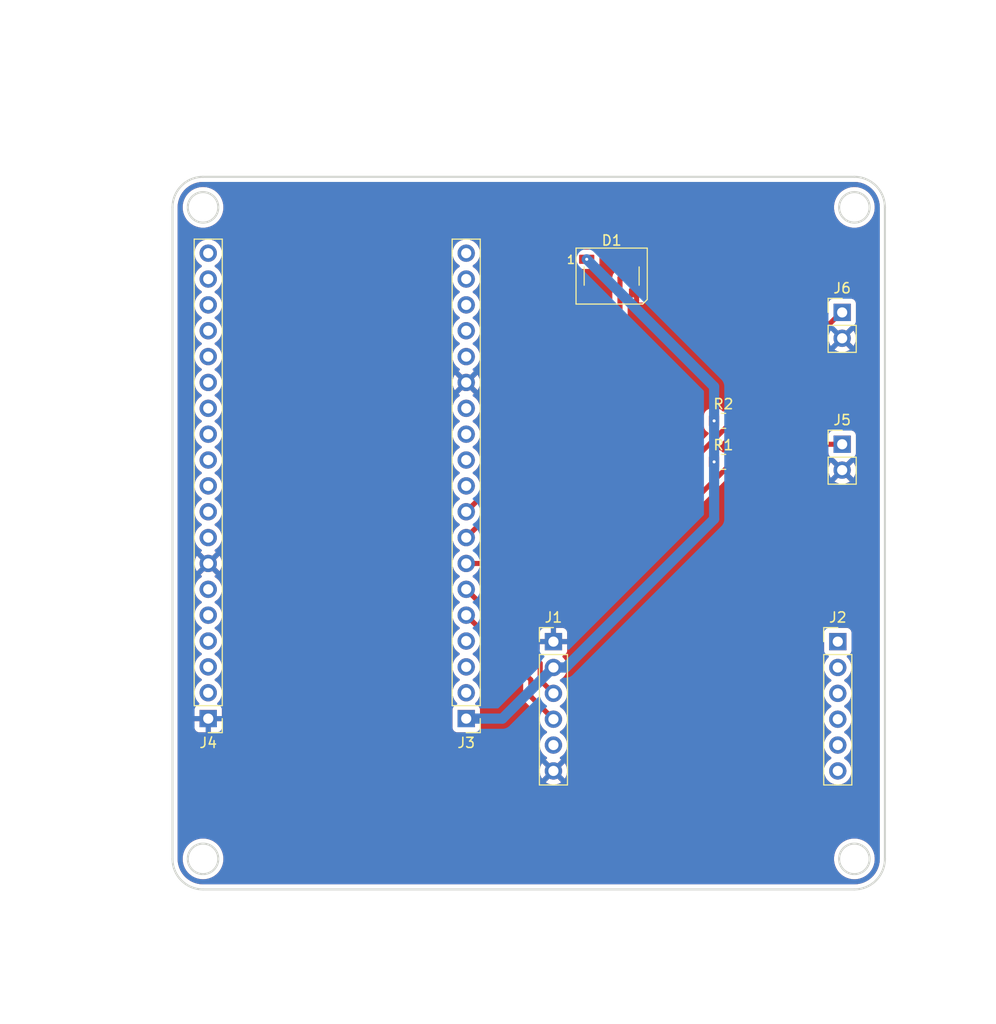
<source format=kicad_pcb>
(kicad_pcb (version 20241229) (generator "pcbnew") (generator_version "9.0")
  (layers (0 "F.Cu" signal) (2 "B.Cu" signal) (13 "F.Paste" user) (15 "B.Paste" user) (5 "F.SilkS" user "F.Silkscreen") (7 "B.SilkS" user "B.Silkscreen") (1 "F.Mask" user) (3 "B.Mask" user) (25 "Edge.Cuts" user))
  (net 0 "")
  (net 1 "GND")
  (net 2 "3.3V")
  (net 4 "25")
  (net 5 "35")
  (net 6 "34")
  (net 24 "33")
  (net 25 "32")
  (footprint "Resistor_SMD:R_0805_2012Metric" (layer "F.Cu") (at 144.1 90.17)
    (property "Reference" "R2" (at 0 -1.65 0) (layer "F.SilkS"))
    (property "Value" "R")
    (fp_line (start -0.227064 -0.735) (end 0.227064 -0.735) (stroke (width 0.12)) (layer "F.SilkS"))
    (fp_line (start -0.227064 0.735) (end 0.227064 0.735) (stroke (width 0.12)) (layer "F.SilkS"))
    (pad "1" smd roundrect (at -0.9125 0) (size 1.025 1.4) (layers "F.Cu" "F.Mask" "F.Paste") (roundrect_rratio 0.243902) (net 2 "3.3V"))
    (pad "2" smd roundrect (at 0.9125 0) (size 1.025 1.4) (layers "F.Cu" "F.Mask" "F.Paste") (roundrect_rratio 0.243902) (net 24 "33"))
  )
  (footprint "LED_SMD:LED_WS2812B_PLCC4_5.0x5.0mm_P3.2mm" (layer "F.Cu") (at 133.12 75.95)
    (property "Reference" "D1" (at 0 -3.5 0) (layer "F.SilkS"))
    (property "Value" "WS2812B")
    (fp_line (start -3.5 -2.75) (end -3.5 2.75) (stroke (width 0.12)) (layer "F.SilkS"))
    (fp_line (start -3.5 -2.75) (end 3.5 -2.75) (stroke (width 0.12)) (layer "F.SilkS"))
    (fp_line (start -3.5 2.75) (end 3.05 2.75) (stroke (width 0.12)) (layer "F.SilkS"))
    (fp_line (start -2.7 0.9) (end -2.7 -0.9) (stroke (width 0.12)) (layer "F.SilkS"))
    (fp_line (start 2.7 0.9) (end 2.7 -0.9) (stroke (width 0.12)) (layer "F.SilkS"))
    (fp_line (start 3.05 2.75) (end 3.5 2.3) (stroke (width 0.12)) (layer "F.SilkS"))
    (fp_line (start 3.5 2.3) (end 3.5 -2.75) (stroke (width 0.12)) (layer "F.SilkS"))
    (fp_text user "1" (at -4 -1.6 0) (layer "F.SilkS") (effects (font (size 0.8 0.8))))
    (pad "1" smd roundrect (at -2.45 -1.65) (size 1.5 0.9) (layers "F.Cu" "F.Mask" "F.Paste") (roundrect_rratio 0.1) (net 2 "3.3V"))
    (pad "2" smd roundrect (at -2.45 1.65) (size 1.5 0.9) (layers "F.Cu" "F.Mask" "F.Paste") (roundrect_rratio 0.1))
    (pad "3" smd roundrect (at 2.45 1.65) (size 1.5 0.9) (layers "F.Cu" "F.Mask" "F.Paste") (roundrect_rratio 0.1) (net 1 "GND"))
    (pad "4" smd roundrect (at 2.45 -1.65) (size 1.5 0.9) (layers "F.Cu" "F.Mask" "F.Paste") (roundrect_rratio 0.1) (net 4 "25"))
  )
  (footprint "Connector_PinHeader_2.54mm:PinHeader_1x02_P2.54mm_Vertical" (layer "F.Cu") (at 155.77 92.47)
    (property "Reference" "J5" (at 0 -2.38 0) (layer "F.SilkS"))
    (property "Value" "Conn_01x02_Pin")
    (fp_line (start -1.38 -1.38) (end 0 -1.38) (stroke (width 0.12)) (layer "F.SilkS"))
    (fp_line (start -1.38 0) (end -1.38 -1.38) (stroke (width 0.12)) (layer "F.SilkS"))
    (fp_line (start -1.38 1.27) (end -1.38 3.92) (stroke (width 0.12)) (layer "F.SilkS"))
    (fp_line (start -1.38 1.27) (end 1.38 1.27) (stroke (width 0.12)) (layer "F.SilkS"))
    (fp_line (start -1.38 3.92) (end 1.38 3.92) (stroke (width 0.12)) (layer "F.SilkS"))
    (fp_line (start 1.38 1.27) (end 1.38 3.92) (stroke (width 0.12)) (layer "F.SilkS"))
    (pad "1" thru_hole rect (at 0 0) (size 1.7 1.7) (drill 1) (layers "*.Cu" "*.Mask") (net 25 "32"))
    (pad "2" thru_hole circle (at 0 2.54) (size 1.7 1.7) (drill 1) (layers "*.Cu" "*.Mask") (net 1 "GND"))
  )
  (footprint "Connector_PinHeader_2.54mm:PinHeader_1x19_P2.54mm_Vertical" (layer "F.Cu") (at 93.48 119.42 180)
    (property "Reference" "J4" (at 0 -2.38 0) (layer "F.SilkS"))
    (property "Value" "micomR")
    (fp_line (start 1.38 1.27) (end 1.38 47.1) (stroke (width 0.12)) (layer "F.SilkS"))
    (fp_line (start -1.38 47.1) (end 1.38 47.1) (stroke (width 0.12)) (layer "F.SilkS"))
    (fp_line (start -1.38 1.27) (end 1.38 1.27) (stroke (width 0.12)) (layer "F.SilkS"))
    (fp_line (start -1.38 1.27) (end -1.38 47.1) (stroke (width 0.12)) (layer "F.SilkS"))
    (fp_line (start -1.38 0) (end -1.38 -1.38) (stroke (width 0.12)) (layer "F.SilkS"))
    (fp_line (start -1.38 -1.38) (end 0 -1.38) (stroke (width 0.12)) (layer "F.SilkS"))
    (pad "1" thru_hole rect (at 0 0 180) (size 1.7 1.7) (drill 1) (layers "*.Cu" "*.Mask") (net 1 "GND"))
    (pad "2" thru_hole circle (at 0 2.54 180) (size 1.7 1.7) (drill 1) (layers "*.Cu" "*.Mask"))
    (pad "3" thru_hole circle (at 0 5.08 180) (size 1.7 1.7) (drill 1) (layers "*.Cu" "*.Mask"))
    (pad "4" thru_hole circle (at 0 7.62 180) (size 1.7 1.7) (drill 1) (layers "*.Cu" "*.Mask"))
    (pad "5" thru_hole circle (at 0 10.16 180) (size 1.7 1.7) (drill 1) (layers "*.Cu" "*.Mask"))
    (pad "6" thru_hole circle (at 0 12.7 180) (size 1.7 1.7) (drill 1) (layers "*.Cu" "*.Mask"))
    (pad "7" thru_hole circle (at 0 15.24 180) (size 1.7 1.7) (drill 1) (layers "*.Cu" "*.Mask") (net 1 "GND"))
    (pad "8" thru_hole circle (at 0 17.78 180) (size 1.7 1.7) (drill 1) (layers "*.Cu" "*.Mask"))
    (pad "9" thru_hole circle (at 0 20.32 180) (size 1.7 1.7) (drill 1) (layers "*.Cu" "*.Mask"))
    (pad "10" thru_hole circle (at 0 22.86 180) (size 1.7 1.7) (drill 1) (layers "*.Cu" "*.Mask"))
    (pad "11" thru_hole circle (at 0 25.4 180) (size 1.7 1.7) (drill 1) (layers "*.Cu" "*.Mask"))
    (pad "12" thru_hole circle (at 0 27.94 180) (size 1.7 1.7) (drill 1) (layers "*.Cu" "*.Mask"))
    (pad "13" thru_hole circle (at 0 30.48 180) (size 1.7 1.7) (drill 1) (layers "*.Cu" "*.Mask"))
    (pad "14" thru_hole circle (at 0 33.02 180) (size 1.7 1.7) (drill 1) (layers "*.Cu" "*.Mask"))
    (pad "15" thru_hole circle (at 0 35.56 180) (size 1.7 1.7) (drill 1) (layers "*.Cu" "*.Mask"))
    (pad "16" thru_hole circle (at 0 38.1 180) (size 1.7 1.7) (drill 1) (layers "*.Cu" "*.Mask"))
    (pad "17" thru_hole circle (at 0 40.64 180) (size 1.7 1.7) (drill 1) (layers "*.Cu" "*.Mask"))
    (pad "18" thru_hole circle (at 0 43.18 180) (size 1.7 1.7) (drill 1) (layers "*.Cu" "*.Mask"))
    (pad "19" thru_hole circle (at 0 45.72 180) (size 1.7 1.7) (drill 1) (layers "*.Cu" "*.Mask"))
  )
  (footprint "Connector_PinHeader_2.54mm:PinHeader_1x02_P2.54mm_Vertical" (layer "F.Cu") (at 155.77 79.52)
    (property "Reference" "J6" (at 0 -2.38 0) (layer "F.SilkS"))
    (property "Value" "Conn_01x02_Pin")
    (fp_line (start -1.38 -1.38) (end 0 -1.38) (stroke (width 0.12)) (layer "F.SilkS"))
    (fp_line (start -1.38 0) (end -1.38 -1.38) (stroke (width 0.12)) (layer "F.SilkS"))
    (fp_line (start -1.38 1.27) (end -1.38 3.92) (stroke (width 0.12)) (layer "F.SilkS"))
    (fp_line (start -1.38 1.27) (end 1.38 1.27) (stroke (width 0.12)) (layer "F.SilkS"))
    (fp_line (start -1.38 3.92) (end 1.38 3.92) (stroke (width 0.12)) (layer "F.SilkS"))
    (fp_line (start 1.38 1.27) (end 1.38 3.92) (stroke (width 0.12)) (layer "F.SilkS"))
    (pad "1" thru_hole rect (at 0 0) (size 1.7 1.7) (drill 1) (layers "*.Cu" "*.Mask") (net 24 "33"))
    (pad "2" thru_hole circle (at 0 2.54) (size 1.7 1.7) (drill 1) (layers "*.Cu" "*.Mask") (net 1 "GND"))
  )
  (footprint "Resistor_SMD:R_0805_2012Metric" (layer "F.Cu") (at 144.1 94.2)
    (property "Reference" "R1" (at 0 -1.65 0) (layer "F.SilkS"))
    (property "Value" "R")
    (fp_line (start -0.227064 -0.735) (end 0.227064 -0.735) (stroke (width 0.12)) (layer "F.SilkS"))
    (fp_line (start -0.227064 0.735) (end 0.227064 0.735) (stroke (width 0.12)) (layer "F.SilkS"))
    (pad "1" smd roundrect (at -0.9125 0) (size 1.025 1.4) (layers "F.Cu" "F.Mask" "F.Paste") (roundrect_rratio 0.243902) (net 2 "3.3V"))
    (pad "2" smd roundrect (at 0.9125 0) (size 1.025 1.4) (layers "F.Cu" "F.Mask" "F.Paste") (roundrect_rratio 0.243902) (net 25 "32"))
  )
  (footprint "Connector_PinHeader_2.54mm:PinHeader_1x06_P2.54mm_Vertical" (layer "F.Cu") (at 127.4 111.86)
    (property "Reference" "J1" (at 0 -2.38 0) (layer "F.SilkS"))
    (property "Value" "Conn_01x06_Pin")
    (fp_line (start -1.38 -1.38) (end 0 -1.38) (stroke (width 0.12)) (layer "F.SilkS"))
    (fp_line (start -1.38 0) (end -1.38 -1.38) (stroke (width 0.12)) (layer "F.SilkS"))
    (fp_line (start -1.38 1.27) (end -1.38 14.08) (stroke (width 0.12)) (layer "F.SilkS"))
    (fp_line (start -1.38 1.27) (end 1.38 1.27) (stroke (width 0.12)) (layer "F.SilkS"))
    (fp_line (start -1.38 14.08) (end 1.38 14.08) (stroke (width 0.12)) (layer "F.SilkS"))
    (fp_line (start 1.38 1.27) (end 1.38 14.08) (stroke (width 0.12)) (layer "F.SilkS"))
    (pad "1" thru_hole rect (at 0 0) (size 1.7 1.7) (drill 1) (layers "*.Cu" "*.Mask") (net 1 "GND"))
    (pad "2" thru_hole circle (at 0 2.54) (size 1.7 1.7) (drill 1) (layers "*.Cu" "*.Mask") (net 2 "3.3V"))
    (pad "3" thru_hole circle (at 0 5.08) (size 1.7 1.7) (drill 1) (layers "*.Cu" "*.Mask") (net 5 "35"))
    (pad "4" thru_hole circle (at 0 7.62) (size 1.7 1.7) (drill 1) (layers "*.Cu" "*.Mask") (net 6 "34"))
    (pad "5" thru_hole circle (at 0 10.16) (size 1.7 1.7) (drill 1) (layers "*.Cu" "*.Mask"))
    (pad "6" thru_hole circle (at 0 12.7) (size 1.7 1.7) (drill 1) (layers "*.Cu" "*.Mask") (net 1 "GND"))
  )
  (footprint "Connector_PinHeader_2.54mm:PinHeader_1x06_P2.54mm_Vertical" (layer "F.Cu") (at 155.34 111.86)
    (property "Reference" "J2" (at 0 -2.38 0) (layer "F.SilkS"))
    (property "Value" "Conn_01x06_Pin")
    (fp_line (start -1.38 -1.38) (end 0 -1.38) (stroke (width 0.12)) (layer "F.SilkS"))
    (fp_line (start -1.38 0) (end -1.38 -1.38) (stroke (width 0.12)) (layer "F.SilkS"))
    (fp_line (start -1.38 1.27) (end -1.38 14.08) (stroke (width 0.12)) (layer "F.SilkS"))
    (fp_line (start -1.38 1.27) (end 1.38 1.27) (stroke (width 0.12)) (layer "F.SilkS"))
    (fp_line (start -1.38 14.08) (end 1.38 14.08) (stroke (width 0.12)) (layer "F.SilkS"))
    (fp_line (start 1.38 1.27) (end 1.38 14.08) (stroke (width 0.12)) (layer "F.SilkS"))
    (pad "1" thru_hole rect (at 0 0) (size 1.7 1.7) (drill 1) (layers "*.Cu" "*.Mask"))
    (pad "2" thru_hole circle (at 0 2.54) (size 1.7 1.7) (drill 1) (layers "*.Cu" "*.Mask"))
    (pad "3" thru_hole circle (at 0 5.08) (size 1.7 1.7) (drill 1) (layers "*.Cu" "*.Mask"))
    (pad "4" thru_hole circle (at 0 7.62) (size 1.7 1.7) (drill 1) (layers "*.Cu" "*.Mask"))
    (pad "5" thru_hole circle (at 0 10.16) (size 1.7 1.7) (drill 1) (layers "*.Cu" "*.Mask"))
    (pad "6" thru_hole circle (at 0 12.7) (size 1.7 1.7) (drill 1) (layers "*.Cu" "*.Mask"))
  )
  (footprint "Connector_PinHeader_2.54mm:PinHeader_1x19_P2.54mm_Vertical" (layer "F.Cu") (at 118.83 119.42 180)
    (property "Reference" "J3" (at 0 -2.38 0) (layer "F.SilkS"))
    (property "Value" "micomL")
    (fp_line (start 1.38 1.27) (end 1.38 47.1) (stroke (width 0.12)) (layer "F.SilkS"))
    (fp_line (start -1.38 47.1) (end 1.38 47.1) (stroke (width 0.12)) (layer "F.SilkS"))
    (fp_line (start -1.38 1.27) (end 1.38 1.27) (stroke (width 0.12)) (layer "F.SilkS"))
    (fp_line (start -1.38 1.27) (end -1.38 47.1) (stroke (width 0.12)) (layer "F.SilkS"))
    (fp_line (start -1.38 0) (end -1.38 -1.38) (stroke (width 0.12)) (layer "F.SilkS"))
    (fp_line (start -1.38 -1.38) (end 0 -1.38) (stroke (width 0.12)) (layer "F.SilkS"))
    (pad "1" thru_hole rect (at 0 0 180) (size 1.7 1.7) (drill 1) (layers "*.Cu" "*.Mask") (net 2 "3.3V"))
    (pad "2" thru_hole circle (at 0 2.54 180) (size 1.7 1.7) (drill 1) (layers "*.Cu" "*.Mask"))
    (pad "3" thru_hole circle (at 0 5.08 180) (size 1.7 1.7) (drill 1) (layers "*.Cu" "*.Mask"))
    (pad "4" thru_hole circle (at 0 7.62 180) (size 1.7 1.7) (drill 1) (layers "*.Cu" "*.Mask"))
    (pad "5" thru_hole circle (at 0 10.16 180) (size 1.7 1.7) (drill 1) (layers "*.Cu" "*.Mask") (net 6 "34"))
    (pad "6" thru_hole circle (at 0 12.7 180) (size 1.7 1.7) (drill 1) (layers "*.Cu" "*.Mask") (net 5 "35"))
    (pad "7" thru_hole circle (at 0 15.24 180) (size 1.7 1.7) (drill 1) (layers "*.Cu" "*.Mask") (net 25 "32"))
    (pad "8" thru_hole circle (at 0 17.78 180) (size 1.7 1.7) (drill 1) (layers "*.Cu" "*.Mask") (net 24 "33"))
    (pad "9" thru_hole circle (at 0 20.32 180) (size 1.7 1.7) (drill 1) (layers "*.Cu" "*.Mask") (net 4 "25"))
    (pad "10" thru_hole circle (at 0 22.86 180) (size 1.7 1.7) (drill 1) (layers "*.Cu" "*.Mask"))
    (pad "11" thru_hole circle (at 0 25.4 180) (size 1.7 1.7) (drill 1) (layers "*.Cu" "*.Mask"))
    (pad "12" thru_hole circle (at 0 27.94 180) (size 1.7 1.7) (drill 1) (layers "*.Cu" "*.Mask"))
    (pad "13" thru_hole circle (at 0 30.48 180) (size 1.7 1.7) (drill 1) (layers "*.Cu" "*.Mask"))
    (pad "14" thru_hole circle (at 0 33.02 180) (size 1.7 1.7) (drill 1) (layers "*.Cu" "*.Mask") (net 1 "GND"))
    (pad "15" thru_hole circle (at 0 35.56 180) (size 1.7 1.7) (drill 1) (layers "*.Cu" "*.Mask"))
    (pad "16" thru_hole circle (at 0 38.1 180) (size 1.7 1.7) (drill 1) (layers "*.Cu" "*.Mask"))
    (pad "17" thru_hole circle (at 0 40.64 180) (size 1.7 1.7) (drill 1) (layers "*.Cu" "*.Mask"))
    (pad "18" thru_hole circle (at 0 43.18 180) (size 1.7 1.7) (drill 1) (layers "*.Cu" "*.Mask"))
    (pad "19" thru_hole circle (at 0 45.72 180) (size 1.7 1.7) (drill 1) (layers "*.Cu" "*.Mask"))
  )
  (gr_line (start 159.97 69.2) (end 159.97 133.2) (stroke (width 0.2)) (layer "Edge.Cuts"))
  (gr_arc (start 89.97 69.2) (mid 90.84868 67.078679) (end 92.970001 66.2) (stroke (width 0.2)) (layer "Edge.Cuts"))
  (gr_arc (start 156.97 66.2) (mid 159.09132 67.07868) (end 159.97 69.2) (stroke (width 0.2)) (layer "Edge.Cuts"))
  (gr_circle (center 156.97 69.2) (end 158.47 69.2) (stroke (width 0.2)) (fill no) (layer "Edge.Cuts"))
  (gr_circle (center 156.97 133.2) (end 158.47 133.2) (stroke (width 0.2)) (fill no) (layer "Edge.Cuts"))
  (gr_arc (start 92.97 136.2) (mid 90.848679 135.32132) (end 89.97 133.199999) (stroke (width 0.2)) (layer "Edge.Cuts"))
  (gr_circle (center 92.97 69.2) (end 94.47 69.2) (stroke (width 0.2)) (fill no) (layer "Edge.Cuts"))
  (gr_circle (center 92.97 133.2) (end 94.47 133.2) (stroke (width 0.2)) (fill no) (layer "Edge.Cuts"))
  (gr_line (start 156.97 66.2) (end 92.970001 66.2) (stroke (width 0.2)) (layer "Edge.Cuts"))
  (gr_line (start 89.970001 69.200001) (end 89.97 133.199999) (stroke (width 0.2)) (layer "Edge.Cuts"))
  (gr_arc (start 159.97 133.2) (mid 159.09132 135.32132) (end 156.97 136.2) (stroke (width 0.2)) (layer "Edge.Cuts"))
  (gr_line (start 156.97 136.2) (end 92.970001 136.2) (stroke (width 0.2)) (layer "Edge.Cuts"))
  (via (at 143.1875 94.2) (size 0.6) (drill 0.3) (layers "F.Cu" "B.Cu") (net 2))
  (via (at 143.1875 90.17) (size 0.6) (drill 0.3) (layers "F.Cu" "B.Cu") (net 2))
  (via (at 130.67 74.3) (size 0.6) (drill 0.3) (layers "F.Cu" "B.Cu") (net 2))
  (segment (start 128.602081 114.4) (end 143.1875 99.814581) (width 1) (layer "B.Cu") (net 2))
  (segment (start 143.1875 90.17) (end 143.1875 86.8175) (width 1) (layer "B.Cu") (net 2))
  (segment (start 122.38 119.42) (end 127.4 114.4) (width 1) (layer "B.Cu") (net 2))
  (segment (start 127.4 114.4) (end 128.602081 114.4) (width 1) (layer "B.Cu") (net 2))
  (segment (start 143.1875 99.814581) (end 143.1875 94.2) (width 1) (layer "B.Cu") (net 2))
  (segment (start 118.83 119.42) (end 122.38 119.42) (width 1) (layer "B.Cu") (net 2))
  (segment (start 143.1875 94.2) (end 143.1875 90.17) (width 1) (layer "B.Cu") (net 2))
  (segment (start 143.1875 86.8175) (end 130.67 74.3) (width 1) (layer "B.Cu") (net 2))
  (segment (start 135.57 74.3) (end 135.57 74.487584) (width 0.5) (layer "F.Cu") (net 4))
  (segment (start 133.94 76.117584) (end 133.94 83.99) (width 0.5) (layer "F.Cu") (net 4))
  (segment (start 135.57 74.487584) (end 133.94 76.117584) (width 0.5) (layer "F.Cu") (net 4))
  (segment (start 133.94 83.99) (end 118.83 99.1) (width 0.5) (layer "F.Cu") (net 4))
  (segment (start 118.83 106.72) (end 126.099 113.989) (width 0.5) (layer "F.Cu") (net 5))
  (segment (start 126.099 113.989) (end 126.099 115.639) (width 0.5) (layer "F.Cu") (net 5))
  (segment (start 126.099 115.639) (end 127.4 116.94) (width 0.5) (layer "F.Cu") (net 5))
  (segment (start 125.18 115.61) (end 125.18 117.26) (width 0.5) (layer "F.Cu") (net 6))
  (segment (start 125.18 117.26) (end 127.4 119.48) (width 0.5) (layer "F.Cu") (net 6))
  (segment (start 118.83 109.26) (end 125.18 115.61) (width 0.5) (layer "F.Cu") (net 6))
  (segment (start 120.031 100.439) (end 118.83 101.64) (width 0.5) (layer "F.Cu") (net 24))
  (segment (start 145.0125 90.17) (end 134.7435 100.439) (width 0.5) (layer "F.Cu") (net 24))
  (segment (start 155.77 79.52) (end 155.6625 79.52) (width 0.5) (layer "F.Cu") (net 24))
  (segment (start 134.7435 100.439) (end 120.031 100.439) (width 0.5) (layer "F.Cu") (net 24))
  (segment (start 155.6625 79.52) (end 145.0125 90.17) (width 0.5) (layer "F.Cu") (net 24))
  (segment (start 146.7425 92.47) (end 145.0125 94.2) (width 0.5) (layer "F.Cu") (net 25))
  (segment (start 155.77 92.47) (end 146.7425 92.47) (width 0.5) (layer "F.Cu") (net 25))
  (segment (start 135.0325 104.18) (end 145.0125 94.2) (width 0.5) (layer "F.Cu") (net 25))
  (segment (start 118.83 104.18) (end 135.0325 104.18) (width 0.5) (layer "F.Cu") (net 25))
  (zone (net 1) (net_name "GND") (layers "F.Cu" "B.Cu") (connect_pads (clearance 0.5)) (min_thickness 0.25) (fill yes (thermal_gap 0.5) (thermal_bridge_width 0.5))
    (polygon (pts (xy 170.15 86.09) (xy 168.56 145.3) (xy 74.85 149.46) (xy 73.02 48.83) (xy 170.91 51.57)))
  )
)
</source>
